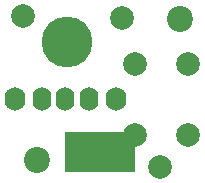
<source format=gbr>
%TF.GenerationSoftware,KiCad,Pcbnew,(7.0.0)*%
%TF.CreationDate,2023-03-08T18:54:55-06:00*%
%TF.ProjectId,Button Board,42757474-6f6e-4204-926f-6172642e6b69,rev?*%
%TF.SameCoordinates,Original*%
%TF.FileFunction,Soldermask,Top*%
%TF.FilePolarity,Negative*%
%FSLAX46Y46*%
G04 Gerber Fmt 4.6, Leading zero omitted, Abs format (unit mm)*
G04 Created by KiCad (PCBNEW (7.0.0)) date 2023-03-08 18:54:55*
%MOMM*%
%LPD*%
G01*
G04 APERTURE LIST*
%ADD10C,4.300000*%
%ADD11C,2.000000*%
%ADD12C,2.200000*%
%ADD13O,1.600000X2.000000*%
%ADD14O,1.750000X2.000000*%
%ADD15R,6.000000X3.500000*%
G04 APERTURE END LIST*
D10*
%TO.C,H2*%
X146022600Y-97791900D03*
%TD*%
D11*
%TO.C,J3*%
X153919000Y-108389000D03*
%TD*%
%TO.C,J2*%
X150743000Y-95767000D03*
%TD*%
%TO.C,SW2*%
X151831000Y-99671000D03*
X156331000Y-99671000D03*
X151831000Y-105671000D03*
X156331000Y-105671000D03*
%TD*%
%TO.C,J1*%
X142365000Y-95652000D03*
%TD*%
D12*
%TO.C,H3*%
X155589000Y-95847000D03*
%TD*%
D13*
%TO.C,SW1*%
X143916999Y-102651999D03*
X145916999Y-102651999D03*
X147916999Y-102651999D03*
D14*
X141666999Y-102651999D03*
X150166999Y-102651999D03*
%TD*%
D15*
%TO.C,J4*%
X148810999Y-107154999D03*
%TD*%
D12*
%TO.C,H1*%
X143524000Y-107832000D03*
%TD*%
M02*

</source>
